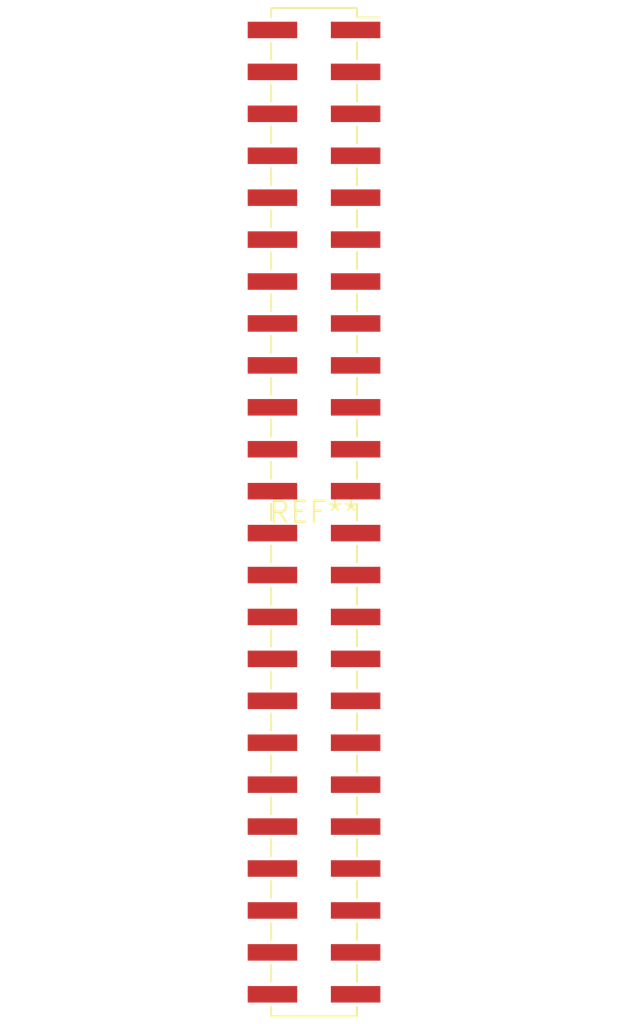
<source format=kicad_pcb>
(kicad_pcb (version 20240108) (generator pcbnew)
  (layers (0 "F.Cu" signal) (31 "B.Cu" signal) (34 "B.Paste" user) (35 "F.Paste" user) (36 "B.SilkS" user "B.Silkscreen") (37 "F.SilkS" user "F.Silkscreen") (38 "B.Mask" user) (39 "F.Mask" user) (44 "Edge.Cuts" user))
  (net 0 "")
  (footprint "PinSocket_2x24_P2.54mm_Vertical_SMD" (layer "F.Cu") (at 0 0)
    (property "Reference" "REF**")
    (property "Value" "PinSocket_2x24_P2.54mm_Vertical_SMD")
    (fp_line (start -2.6 -30.54) (end -2.6 -29.97) (layer "F.SilkS") (stroke (width 0.12)))
    (fp_line (start -2.6 -30.54) (end 2.6 -30.54) (layer "F.SilkS") (stroke (width 0.12)))
    (fp_line (start -2.6 -28.45) (end -2.6 -27.43) (layer "F.SilkS") (stroke (width 0.12)))
    (fp_line (start -2.6 -25.91) (end -2.6 -24.89) (layer "F.SilkS") (stroke (width 0.12)))
    (fp_line (start -2.6 -23.37) (end -2.6 -22.35) (layer "F.SilkS") (stroke (width 0.12)))
    (fp_line (start -2.6 -20.83) (end -2.6 -19.81) (layer "F.SilkS") (stroke (width 0.12)))
    (fp_line (start -2.6 -18.29) (end -2.6 -17.27) (layer "F.SilkS") (stroke (width 0.12)))
    (fp_line (start -2.6 -15.75) (end -2.6 -14.73) (layer "F.SilkS") (stroke (width 0.12)))
    (fp_line (start -2.6 -13.21) (end -2.6 -12.19) (layer "F.SilkS") (stroke (width 0.12)))
    (fp_line (start -2.6 -10.67) (end -2.6 -9.65) (layer "F.SilkS") (stroke (width 0.12)))
    (fp_line (start -2.6 -8.13) (end -2.6 -7.11) (layer "F.SilkS") (stroke (width 0.12)))
    (fp_line (start -2.6 -5.59) (end -2.6 -4.57) (layer "F.SilkS") (stroke (width 0.12)))
    (fp_line (start -2.6 -3.05) (end -2.6 -2.03) (layer "F.SilkS") (stroke (width 0.12)))
    (fp_line (start -2.6 -0.51) (end -2.6 0.51) (layer "F.SilkS") (stroke (width 0.12)))
    (fp_line (start -2.6 2.03) (end -2.6 3.05) (layer "F.SilkS") (stroke (width 0.12)))
    (fp_line (start -2.6 4.57) (end -2.6 5.59) (layer "F.SilkS") (stroke (width 0.12)))
    (fp_line (start -2.6 7.11) (end -2.6 8.13) (layer "F.SilkS") (stroke (width 0.12)))
    (fp_line (start -2.6 9.65) (end -2.6 10.67) (layer "F.SilkS") (stroke (width 0.12)))
    (fp_line (start -2.6 12.19) (end -2.6 13.21) (layer "F.SilkS") (stroke (width 0.12)))
    (fp_line (start -2.6 14.73) (end -2.6 15.75) (layer "F.SilkS") (stroke (width 0.12)))
    (fp_line (start -2.6 17.27) (end -2.6 18.29) (layer "F.SilkS") (stroke (width 0.12)))
    (fp_line (start -2.6 19.81) (end -2.6 20.83) (layer "F.SilkS") (stroke (width 0.12)))
    (fp_line (start -2.6 22.35) (end -2.6 23.37) (layer "F.SilkS") (stroke (width 0.12)))
    (fp_line (start -2.6 24.89) (end -2.6 25.91) (layer "F.SilkS") (stroke (width 0.12)))
    (fp_line (start -2.6 27.43) (end -2.6 28.45) (layer "F.SilkS") (stroke (width 0.12)))
    (fp_line (start -2.6 29.97) (end -2.6 30.54) (layer "F.SilkS") (stroke (width 0.12)))
    (fp_line (start -2.6 30.54) (end 2.6 30.54) (layer "F.SilkS") (stroke (width 0.12)))
    (fp_line (start 2.6 -30.54) (end 2.6 -29.97) (layer "F.SilkS") (stroke (width 0.12)))
    (fp_line (start 2.6 -29.97) (end 3.96 -29.97) (layer "F.SilkS") (stroke (width 0.12)))
    (fp_line (start 2.6 -28.45) (end 2.6 -27.43) (layer "F.SilkS") (stroke (width 0.12)))
    (fp_line (start 2.6 -25.91) (end 2.6 -24.89) (layer "F.SilkS") (stroke (width 0.12)))
    (fp_line (start 2.6 -23.37) (end 2.6 -22.35) (layer "F.SilkS") (stroke (width 0.12)))
    (fp_line (start 2.6 -20.83) (end 2.6 -19.81) (layer "F.SilkS") (stroke (width 0.12)))
    (fp_line (start 2.6 -18.29) (end 2.6 -17.27) (layer "F.SilkS") (stroke (width 0.12)))
    (fp_line (start 2.6 -15.75) (end 2.6 -14.73) (layer "F.SilkS") (stroke (width 0.12)))
    (fp_line (start 2.6 -13.21) (end 2.6 -12.19) (layer "F.SilkS") (stroke (width 0.12)))
    (fp_line (start 2.6 -10.67) (end 2.6 -9.65) (layer "F.SilkS") (stroke (width 0.12)))
    (fp_line (start 2.6 -8.13) (end 2.6 -7.11) (layer "F.SilkS") (stroke (width 0.12)))
    (fp_line (start 2.6 -5.59) (end 2.6 -4.57) (layer "F.SilkS") (stroke (width 0.12)))
    (fp_line (start 2.6 -3.05) (end 2.6 -2.03) (layer "F.SilkS") (stroke (width 0.12)))
    (fp_line (start 2.6 -0.51) (end 2.6 0.51) (layer "F.SilkS") (stroke (width 0.12)))
    (fp_line (start 2.6 2.03) (end 2.6 3.05) (layer "F.SilkS") (stroke (width 0.12)))
    (fp_line (start 2.6 4.57) (end 2.6 5.59) (layer "F.SilkS") (stroke (width 0.12)))
    (fp_line (start 2.6 7.11) (end 2.6 8.13) (layer "F.SilkS") (stroke (width 0.12)))
    (fp_line (start 2.6 9.65) (end 2.6 10.67) (layer "F.SilkS") (stroke (width 0.12)))
    (fp_line (start 2.6 12.19) (end 2.6 13.21) (layer "F.SilkS") (stroke (width 0.12)))
    (fp_line (start 2.6 14.73) (end 2.6 15.75) (layer "F.SilkS") (stroke (width 0.12)))
    (fp_line (start 2.6 17.27) (end 2.6 18.29) (layer "F.SilkS") (stroke (width 0.12)))
    (fp_line (start 2.6 19.81) (end 2.6 20.83) (layer "F.SilkS") (stroke (width 0.12)))
    (fp_line (start 2.6 22.35) (end 2.6 23.37) (layer "F.SilkS") (stroke (width 0.12)))
    (fp_line (start 2.6 24.89) (end 2.6 25.91) (layer "F.SilkS") (stroke (width 0.12)))
    (fp_line (start 2.6 27.43) (end 2.6 28.45) (layer "F.SilkS") (stroke (width 0.12)))
    (fp_line (start 2.6 29.97) (end 2.6 30.54) (layer "F.SilkS") (stroke (width 0.12)))
    (pad "1" smd rect (at 2.52 -29.21) (size 3 1) (layers "F.Cu" "F.Paste" "F.Mask"))
    (pad "2" smd rect (at -2.52 -29.21) (size 3 1) (layers "F.Cu" "F.Paste" "F.Mask"))
    (pad "3" smd rect (at 2.52 -26.67) (size 3 1) (layers "F.Cu" "F.Paste" "F.Mask"))
    (pad "4" smd rect (at -2.52 -26.67) (size 3 1) (layers "F.Cu" "F.Paste" "F.Mask"))
    (pad "5" smd rect (at 2.52 -24.13) (size 3 1) (layers "F.Cu" "F.Paste" "F.Mask"))
    (pad "6" smd rect (at -2.52 -24.13) (size 3 1) (layers "F.Cu" "F.Paste" "F.Mask"))
    (pad "7" smd rect (at 2.52 -21.59) (size 3 1) (layers "F.Cu" "F.Paste" "F.Mask"))
    (pad "8" smd rect (at -2.52 -21.59) (size 3 1) (layers "F.Cu" "F.Paste" "F.Mask"))
    (pad "9" smd rect (at 2.52 -19.05) (size 3 1) (layers "F.Cu" "F.Paste" "F.Mask"))
    (pad "10" smd rect (at -2.52 -19.05) (size 3 1) (layers "F.Cu" "F.Paste" "F.Mask"))
    (pad "11" smd rect (at 2.52 -16.51) (size 3 1) (layers "F.Cu" "F.Paste" "F.Mask"))
    (pad "12" smd rect (at -2.52 -16.51) (size 3 1) (layers "F.Cu" "F.Paste" "F.Mask"))
    (pad "13" smd rect (at 2.52 -13.97) (size 3 1) (layers "F.Cu" "F.Paste" "F.Mask"))
    (pad "14" smd rect (at -2.52 -13.97) (size 3 1) (layers "F.Cu" "F.Paste" "F.Mask"))
    (pad "15" smd rect (at 2.52 -11.43) (size 3 1) (layers "F.Cu" "F.Paste" "F.Mask"))
    (pad "16" smd rect (at -2.52 -11.43) (size 3 1) (layers "F.Cu" "F.Paste" "F.Mask"))
    (pad "17" smd rect (at 2.52 -8.89) (size 3 1) (layers "F.Cu" "F.Paste" "F.Mask"))
    (pad "18" smd rect (at -2.52 -8.89) (size 3 1) (layers "F.Cu" "F.Paste" "F.Mask"))
    (pad "19" smd rect (at 2.52 -6.35) (size 3 1) (layers "F.Cu" "F.Paste" "F.Mask"))
    (pad "20" smd rect (at -2.52 -6.35) (size 3 1) (layers "F.Cu" "F.Paste" "F.Mask"))
    (pad "21" smd rect (at 2.52 -3.81) (size 3 1) (layers "F.Cu" "F.Paste" "F.Mask"))
    (pad "22" smd rect (at -2.52 -3.81) (size 3 1) (layers "F.Cu" "F.Paste" "F.Mask"))
    (pad "23" smd rect (at 2.52 -1.27) (size 3 1) (layers "F.Cu" "F.Paste" "F.Mask"))
    (pad "24" smd rect (at -2.52 -1.27) (size 3 1) (layers "F.Cu" "F.Paste" "F.Mask"))
    (pad "25" smd rect (at 2.52 1.27) (size 3 1) (layers "F.Cu" "F.Paste" "F.Mask"))
    (pad "26" smd rect (at -2.52 1.27) (size 3 1) (layers "F.Cu" "F.Paste" "F.Mask"))
    (pad "27" smd rect (at 2.52 3.81) (size 3 1) (layers "F.Cu" "F.Paste" "F.Mask"))
    (pad "28" smd rect (at -2.52 3.81) (size 3 1) (layers "F.Cu" "F.Paste" "F.Mask"))
    (pad "29" smd rect (at 2.52 6.35) (size 3 1) (layers "F.Cu" "F.Paste" "F.Mask"))
    (pad "30" smd rect (at -2.52 6.35) (size 3 1) (layers "F.Cu" "F.Paste" "F.Mask"))
    (pad "31" smd rect (at 2.52 8.89) (size 3 1) (layers "F.Cu" "F.Paste" "F.Mask"))
    (pad "32" smd rect (at -2.52 8.89) (size 3 1) (layers "F.Cu" "F.Paste" "F.Mask"))
    (pad "33" smd rect (at 2.52 11.43) (size 3 1) (layers "F.Cu" "F.Paste" "F.Mask"))
    (pad "34" smd rect (at -2.52 11.43) (size 3 1) (layers "F.Cu" "F.Paste" "F.Mask"))
    (pad "35" smd rect (at 2.52 13.97) (size 3 1) (layers "F.Cu" "F.Paste" "F.Mask"))
    (pad "36" smd rect (at -2.52 13.97) (size 3 1) (layers "F.Cu" "F.Paste" "F.Mask"))
    (pad "37" smd rect (at 2.52 16.51) (size 3 1) (layers "F.Cu" "F.Paste" "F.Mask"))
    (pad "38" smd rect (at -2.52 16.51) (size 3 1) (layers "F.Cu" "F.Paste" "F.Mask"))
    (pad "39" smd rect (at 2.52 19.05) (size 3 1) (layers "F.Cu" "F.Paste" "F.Mask"))
    (pad "40" smd rect (at -2.52 19.05) (size 3 1) (layers "F.Cu" "F.Paste" "F.Mask"))
    (pad "41" smd rect (at 2.52 21.59) (size 3 1) (layers "F.Cu" "F.Paste" "F.Mask"))
    (pad "42" smd rect (at -2.52 21.59) (size 3 1) (layers "F.Cu" "F.Paste" "F.Mask"))
    (pad "43" smd rect (at 2.52 24.13) (size 3 1) (layers "F.Cu" "F.Paste" "F.Mask"))
    (pad "44" smd rect (at -2.52 24.13) (size 3 1) (layers "F.Cu" "F.Paste" "F.Mask"))
    (pad "45" smd rect (at 2.52 26.67) (size 3 1) (layers "F.Cu" "F.Paste" "F.Mask"))
    (pad "46" smd rect (at -2.52 26.67) (size 3 1) (layers "F.Cu" "F.Paste" "F.Mask"))
    (pad "47" smd rect (at 2.52 29.21) (size 3 1) (layers "F.Cu" "F.Paste" "F.Mask"))
    (pad "48" smd rect (at -2.52 29.21) (size 3 1) (layers "F.Cu" "F.Paste" "F.Mask"))
  )
)
</source>
